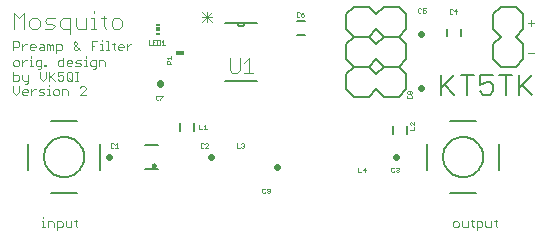
<source format=gto>
G75*
%MOIN*%
%OFA0B0*%
%FSLAX24Y24*%
%IPPOS*%
%LPD*%
%AMOC8*
5,1,8,0,0,1.08239X$1,22.5*
%
%ADD10C,0.0060*%
%ADD11C,0.0030*%
%ADD12C,0.0040*%
%ADD13C,0.0220*%
%ADD14C,0.0010*%
%ADD15C,0.0080*%
%ADD16C,0.0050*%
%ADD17R,0.0280X0.0160*%
%ADD18R,0.0118X0.0059*%
%ADD19R,0.0118X0.0118*%
D10*
X006644Y004062D02*
X006644Y004298D01*
X007116Y004298D02*
X007116Y004062D01*
X008140Y005700D02*
X009220Y005700D01*
X010562Y007244D02*
X010798Y007244D01*
X010798Y007716D02*
X010562Y007716D01*
X009220Y007660D02*
X008800Y007660D01*
X008560Y007660D01*
X008140Y007660D01*
X008560Y007660D02*
X008562Y007639D01*
X008567Y007619D01*
X008576Y007600D01*
X008588Y007583D01*
X008603Y007568D01*
X008620Y007556D01*
X008639Y007547D01*
X008659Y007542D01*
X008680Y007540D01*
X008701Y007542D01*
X008721Y007547D01*
X008740Y007556D01*
X008757Y007568D01*
X008772Y007583D01*
X008784Y007600D01*
X008793Y007619D01*
X008798Y007639D01*
X008800Y007660D01*
X015360Y005901D02*
X015360Y005260D01*
X015467Y005580D02*
X015787Y005260D01*
X016218Y005260D02*
X016218Y005901D01*
X016005Y005901D02*
X016432Y005901D01*
X016649Y005901D02*
X016649Y005580D01*
X016863Y005687D01*
X016969Y005687D01*
X017076Y005580D01*
X017076Y005367D01*
X016969Y005260D01*
X016756Y005260D01*
X016649Y005367D01*
X017507Y005260D02*
X017507Y005901D01*
X017294Y005901D02*
X017721Y005901D01*
X017938Y005901D02*
X017938Y005260D01*
X018045Y005580D02*
X018365Y005260D01*
X017938Y005474D02*
X018365Y005901D01*
X017076Y005901D02*
X016649Y005901D01*
X015787Y005901D02*
X015360Y005474D01*
X014216Y004198D02*
X014216Y003962D01*
X013744Y003962D02*
X013744Y004198D01*
X015544Y007212D02*
X015544Y007448D01*
X016016Y007448D02*
X016016Y007212D01*
D11*
X002142Y000845D02*
X002045Y000845D01*
X002093Y000845D02*
X002093Y001038D01*
X002045Y001038D01*
X002093Y001135D02*
X002093Y001184D01*
X002241Y001038D02*
X002387Y001038D01*
X002435Y000990D01*
X002435Y000845D01*
X002536Y000845D02*
X002681Y000845D01*
X002730Y000893D01*
X002730Y000990D01*
X002681Y001038D01*
X002536Y001038D01*
X002536Y000748D01*
X002831Y000893D02*
X002879Y000845D01*
X003024Y000845D01*
X003024Y001038D01*
X003125Y001038D02*
X003222Y001038D01*
X003174Y001087D02*
X003174Y000893D01*
X003222Y000845D01*
X002831Y000893D02*
X002831Y001038D01*
X002241Y001038D02*
X002241Y000845D01*
X002224Y005245D02*
X002321Y005245D01*
X002273Y005245D02*
X002273Y005438D01*
X002224Y005438D01*
X002123Y005438D02*
X001978Y005438D01*
X001930Y005390D01*
X001978Y005342D01*
X002075Y005342D01*
X002123Y005293D01*
X002075Y005245D01*
X001930Y005245D01*
X001829Y005438D02*
X001781Y005438D01*
X001684Y005342D01*
X001684Y005438D02*
X001684Y005245D01*
X001583Y005342D02*
X001390Y005342D01*
X001390Y005390D02*
X001390Y005293D01*
X001438Y005245D01*
X001535Y005245D01*
X001583Y005342D02*
X001583Y005390D01*
X001535Y005438D01*
X001438Y005438D01*
X001390Y005390D01*
X001288Y005342D02*
X001288Y005535D01*
X001095Y005535D02*
X001095Y005342D01*
X001192Y005245D01*
X001288Y005342D01*
X001486Y005628D02*
X001535Y005628D01*
X001583Y005677D01*
X001583Y005918D01*
X001390Y005918D02*
X001390Y005773D01*
X001438Y005725D01*
X001583Y005725D01*
X001288Y005773D02*
X001288Y005870D01*
X001240Y005918D01*
X001095Y005918D01*
X001095Y006015D02*
X001095Y005725D01*
X001240Y005725D01*
X001288Y005773D01*
X001979Y005822D02*
X002076Y005725D01*
X002172Y005822D01*
X002172Y006015D01*
X002274Y006015D02*
X002274Y005725D01*
X002274Y005822D02*
X002467Y006015D01*
X002568Y006015D02*
X002568Y005870D01*
X002665Y005918D01*
X002713Y005918D01*
X002762Y005870D01*
X002762Y005773D01*
X002713Y005725D01*
X002617Y005725D01*
X002568Y005773D01*
X002467Y005725D02*
X002322Y005870D01*
X002568Y006015D02*
X002762Y006015D01*
X002863Y005967D02*
X002911Y006015D01*
X003008Y006015D01*
X003056Y005967D01*
X003056Y005773D01*
X003008Y005725D01*
X002911Y005725D01*
X002863Y005773D01*
X002863Y005967D01*
X002960Y005822D02*
X003056Y005725D01*
X003158Y005725D02*
X003254Y005725D01*
X003206Y005725D02*
X003206Y006015D01*
X003158Y006015D02*
X003254Y006015D01*
X003303Y006205D02*
X003158Y006205D01*
X003206Y006302D02*
X003158Y006350D01*
X003206Y006398D01*
X003351Y006398D01*
X003452Y006398D02*
X003501Y006398D01*
X003501Y006205D01*
X003549Y006205D02*
X003452Y006205D01*
X003351Y006253D02*
X003303Y006302D01*
X003206Y006302D01*
X003303Y006205D02*
X003351Y006253D01*
X003649Y006253D02*
X003697Y006205D01*
X003842Y006205D01*
X003842Y006157D02*
X003794Y006108D01*
X003745Y006108D01*
X003842Y006157D02*
X003842Y006398D01*
X003697Y006398D01*
X003649Y006350D01*
X003649Y006253D01*
X003943Y006205D02*
X003943Y006398D01*
X004088Y006398D01*
X004137Y006350D01*
X004137Y006205D01*
X003501Y006495D02*
X003501Y006544D01*
X003698Y006745D02*
X003698Y007035D01*
X003891Y007035D01*
X003992Y006938D02*
X004041Y006938D01*
X004041Y006745D01*
X004089Y006745D02*
X003992Y006745D01*
X004189Y006745D02*
X004286Y006745D01*
X004237Y006745D02*
X004237Y007035D01*
X004189Y007035D01*
X004041Y007035D02*
X004041Y007084D01*
X004385Y006938D02*
X004482Y006938D01*
X004434Y006987D02*
X004434Y006793D01*
X004482Y006745D01*
X004582Y006793D02*
X004582Y006890D01*
X004630Y006938D01*
X004727Y006938D01*
X004775Y006890D01*
X004775Y006842D01*
X004582Y006842D01*
X004582Y006793D02*
X004630Y006745D01*
X004727Y006745D01*
X004876Y006745D02*
X004876Y006938D01*
X004876Y006842D02*
X004973Y006938D01*
X005021Y006938D01*
X003795Y006890D02*
X003698Y006890D01*
X003302Y006842D02*
X003205Y006745D01*
X003157Y006745D01*
X003108Y006793D01*
X003108Y006842D01*
X003205Y006938D01*
X003205Y006987D01*
X003157Y007035D01*
X003108Y006987D01*
X003108Y006938D01*
X003302Y006745D01*
X002713Y006793D02*
X002664Y006745D01*
X002519Y006745D01*
X002519Y006648D02*
X002519Y006938D01*
X002664Y006938D01*
X002713Y006890D01*
X002713Y006793D01*
X002418Y006745D02*
X002418Y006890D01*
X002370Y006938D01*
X002321Y006890D01*
X002321Y006745D01*
X002224Y006745D02*
X002224Y006938D01*
X002273Y006938D01*
X002321Y006890D01*
X002123Y006890D02*
X002123Y006745D01*
X001978Y006745D01*
X001930Y006793D01*
X001978Y006842D01*
X002123Y006842D01*
X002123Y006890D02*
X002075Y006938D01*
X001978Y006938D01*
X001829Y006890D02*
X001829Y006842D01*
X001635Y006842D01*
X001635Y006890D02*
X001684Y006938D01*
X001780Y006938D01*
X001829Y006890D01*
X001780Y006745D02*
X001684Y006745D01*
X001635Y006793D01*
X001635Y006890D01*
X001535Y006938D02*
X001486Y006938D01*
X001390Y006842D01*
X001390Y006938D02*
X001390Y006745D01*
X001288Y006890D02*
X001240Y006842D01*
X001095Y006842D01*
X001095Y006745D02*
X001095Y007035D01*
X001240Y007035D01*
X001288Y006987D01*
X001288Y006890D01*
X001684Y006544D02*
X001684Y006495D01*
X001684Y006398D02*
X001684Y006205D01*
X001732Y006205D02*
X001635Y006205D01*
X001832Y006253D02*
X001832Y006350D01*
X001880Y006398D01*
X002025Y006398D01*
X002025Y006157D01*
X001977Y006108D01*
X001928Y006108D01*
X001979Y006015D02*
X001979Y005822D01*
X002273Y005584D02*
X002273Y005535D01*
X002421Y005390D02*
X002421Y005293D01*
X002469Y005245D01*
X002566Y005245D01*
X002614Y005293D01*
X002614Y005390D01*
X002566Y005438D01*
X002469Y005438D01*
X002421Y005390D01*
X002716Y005438D02*
X002716Y005245D01*
X002909Y005245D02*
X002909Y005390D01*
X002861Y005438D01*
X002716Y005438D01*
X003305Y005487D02*
X003353Y005535D01*
X003450Y005535D01*
X003498Y005487D01*
X003498Y005438D01*
X003305Y005245D01*
X003498Y005245D01*
X003008Y006205D02*
X002911Y006205D01*
X002863Y006253D01*
X002863Y006350D01*
X002911Y006398D01*
X003008Y006398D01*
X003056Y006350D01*
X003056Y006302D01*
X002863Y006302D01*
X002762Y006398D02*
X002617Y006398D01*
X002568Y006350D01*
X002568Y006253D01*
X002617Y006205D01*
X002762Y006205D01*
X002762Y006495D01*
X002175Y006253D02*
X002175Y006205D01*
X002126Y006205D01*
X002126Y006253D01*
X002175Y006253D01*
X002025Y006205D02*
X001880Y006205D01*
X001832Y006253D01*
X001684Y006398D02*
X001635Y006398D01*
X001535Y006398D02*
X001486Y006398D01*
X001390Y006302D01*
X001390Y006398D02*
X001390Y006205D01*
X001288Y006253D02*
X001288Y006350D01*
X001240Y006398D01*
X001143Y006398D01*
X001095Y006350D01*
X001095Y006253D01*
X001143Y006205D01*
X001240Y006205D01*
X001288Y006253D01*
X007395Y007693D02*
X007709Y008007D01*
X007552Y008007D02*
X007552Y007693D01*
X007709Y007693D02*
X007395Y008007D01*
X007395Y007850D02*
X007709Y007850D01*
X008315Y006465D02*
X008315Y006073D01*
X008393Y005995D01*
X008550Y005995D01*
X008629Y006073D01*
X008629Y006465D01*
X008775Y006309D02*
X008932Y006465D01*
X008932Y005995D01*
X008775Y005995D02*
X009089Y005995D01*
X018245Y006640D02*
X018438Y006640D01*
X018342Y007543D02*
X018342Y007737D01*
X018438Y007640D02*
X018245Y007640D01*
X017168Y001087D02*
X017168Y000893D01*
X017217Y000845D01*
X017019Y000845D02*
X017019Y001038D01*
X017120Y001038D02*
X017217Y001038D01*
X017019Y000845D02*
X016874Y000845D01*
X016825Y000893D01*
X016825Y001038D01*
X016724Y000990D02*
X016724Y000893D01*
X016676Y000845D01*
X016531Y000845D01*
X016531Y000748D02*
X016531Y001038D01*
X016676Y001038D01*
X016724Y000990D01*
X016431Y001038D02*
X016334Y001038D01*
X016383Y001087D02*
X016383Y000893D01*
X016431Y000845D01*
X016233Y000845D02*
X016233Y001038D01*
X016040Y001038D02*
X016040Y000893D01*
X016088Y000845D01*
X016233Y000845D01*
X015938Y000893D02*
X015938Y000990D01*
X015890Y001038D01*
X015793Y001038D01*
X015745Y000990D01*
X015745Y000893D01*
X015793Y000845D01*
X015890Y000845D01*
X015938Y000893D01*
D12*
X002994Y007277D02*
X002994Y007797D01*
X002734Y007797D01*
X002647Y007710D01*
X002647Y007537D01*
X002734Y007450D01*
X002994Y007450D01*
X003163Y007537D02*
X003249Y007450D01*
X003510Y007450D01*
X003510Y007797D01*
X003678Y007797D02*
X003765Y007797D01*
X003765Y007450D01*
X003678Y007450D02*
X003852Y007450D01*
X004109Y007537D02*
X004195Y007450D01*
X004109Y007537D02*
X004109Y007884D01*
X004195Y007797D02*
X004022Y007797D01*
X003765Y007970D02*
X003765Y008057D01*
X003163Y007797D02*
X003163Y007537D01*
X002478Y007537D02*
X002392Y007450D01*
X002131Y007450D01*
X001963Y007537D02*
X001963Y007710D01*
X001876Y007797D01*
X001702Y007797D01*
X001616Y007710D01*
X001616Y007537D01*
X001702Y007450D01*
X001876Y007450D01*
X001963Y007537D01*
X002131Y007710D02*
X002218Y007623D01*
X002392Y007623D01*
X002478Y007537D01*
X002218Y007797D02*
X002131Y007710D01*
X002218Y007797D02*
X002478Y007797D01*
X001447Y007970D02*
X001447Y007450D01*
X001100Y007450D02*
X001100Y007970D01*
X001273Y007797D01*
X001447Y007970D01*
X004366Y007710D02*
X004366Y007537D01*
X004452Y007450D01*
X004626Y007450D01*
X004713Y007537D01*
X004713Y007710D01*
X004626Y007797D01*
X004452Y007797D01*
X004366Y007710D01*
D13*
X005980Y005642D02*
X005980Y005618D01*
X004280Y003192D02*
X004280Y003168D01*
X007680Y003192D02*
X007680Y003168D01*
X009868Y002830D02*
X009892Y002830D01*
X013830Y003168D02*
X013830Y003192D01*
X014668Y005480D02*
X014692Y005480D01*
X014692Y007280D02*
X014668Y007280D01*
D14*
X015635Y007985D02*
X015660Y007960D01*
X015710Y007960D01*
X015735Y007985D01*
X015782Y008035D02*
X015882Y008035D01*
X015857Y007960D02*
X015857Y008110D01*
X015782Y008035D01*
X015735Y008085D02*
X015710Y008110D01*
X015660Y008110D01*
X015635Y008085D01*
X015635Y007985D01*
X014832Y008010D02*
X014807Y007985D01*
X014757Y007985D01*
X014732Y008010D01*
X014685Y008010D02*
X014660Y007985D01*
X014610Y007985D01*
X014585Y008010D01*
X014585Y008110D01*
X014610Y008135D01*
X014660Y008135D01*
X014685Y008110D01*
X014732Y008135D02*
X014732Y008060D01*
X014782Y008085D01*
X014807Y008085D01*
X014832Y008060D01*
X014832Y008010D01*
X014832Y008135D02*
X014732Y008135D01*
X010782Y008010D02*
X010732Y007985D01*
X010682Y007935D01*
X010757Y007935D01*
X010782Y007910D01*
X010782Y007885D01*
X010757Y007860D01*
X010707Y007860D01*
X010682Y007885D01*
X010682Y007935D01*
X010635Y007885D02*
X010610Y007860D01*
X010560Y007860D01*
X010535Y007885D01*
X010535Y007985D01*
X010560Y008010D01*
X010610Y008010D01*
X010635Y007985D01*
X006350Y006532D02*
X006350Y006432D01*
X006350Y006385D02*
X006300Y006335D01*
X006300Y006360D02*
X006300Y006285D01*
X006350Y006285D02*
X006200Y006285D01*
X006200Y006360D01*
X006225Y006385D01*
X006275Y006385D01*
X006300Y006360D01*
X006250Y006432D02*
X006200Y006482D01*
X006350Y006482D01*
X006138Y006925D02*
X006038Y006925D01*
X006088Y006925D02*
X006088Y007075D01*
X006038Y007025D01*
X005990Y007050D02*
X005965Y007075D01*
X005890Y007075D01*
X005890Y006925D01*
X005965Y006925D01*
X005990Y006950D01*
X005990Y007050D01*
X005843Y007075D02*
X005743Y007075D01*
X005743Y006925D01*
X005843Y006925D01*
X005793Y007000D02*
X005743Y007000D01*
X005696Y006925D02*
X005596Y006925D01*
X005596Y007075D01*
X005865Y005225D02*
X005840Y005200D01*
X005840Y005100D01*
X005865Y005075D01*
X005915Y005075D01*
X005940Y005100D01*
X005988Y005100D02*
X005988Y005075D01*
X005988Y005100D02*
X006088Y005200D01*
X006088Y005225D01*
X005988Y005225D01*
X005940Y005200D02*
X005915Y005225D01*
X005865Y005225D01*
X007285Y004260D02*
X007285Y004110D01*
X007385Y004110D01*
X007432Y004110D02*
X007532Y004110D01*
X007482Y004110D02*
X007482Y004260D01*
X007432Y004210D01*
X007410Y003635D02*
X007360Y003635D01*
X007335Y003610D01*
X007335Y003510D01*
X007360Y003485D01*
X007410Y003485D01*
X007435Y003510D01*
X007482Y003485D02*
X007582Y003585D01*
X007582Y003610D01*
X007557Y003635D01*
X007507Y003635D01*
X007482Y003610D01*
X007435Y003610D02*
X007410Y003635D01*
X007482Y003485D02*
X007582Y003485D01*
X008535Y003485D02*
X008635Y003485D01*
X008682Y003510D02*
X008707Y003485D01*
X008757Y003485D01*
X008782Y003510D01*
X008782Y003535D01*
X008757Y003560D01*
X008732Y003560D01*
X008757Y003560D02*
X008782Y003585D01*
X008782Y003610D01*
X008757Y003635D01*
X008707Y003635D01*
X008682Y003610D01*
X008535Y003635D02*
X008535Y003485D01*
X009415Y002125D02*
X009390Y002100D01*
X009390Y002000D01*
X009415Y001975D01*
X009465Y001975D01*
X009490Y002000D01*
X009538Y002000D02*
X009563Y001975D01*
X009613Y001975D01*
X009638Y002000D01*
X009638Y002100D01*
X009613Y002125D01*
X009563Y002125D01*
X009538Y002100D01*
X009538Y002075D01*
X009563Y002050D01*
X009638Y002050D01*
X009490Y002100D02*
X009465Y002125D01*
X009415Y002125D01*
X012590Y002675D02*
X012690Y002675D01*
X012738Y002750D02*
X012838Y002750D01*
X012813Y002675D02*
X012813Y002825D01*
X012738Y002750D01*
X012590Y002825D02*
X012590Y002675D01*
X013690Y002700D02*
X013715Y002675D01*
X013765Y002675D01*
X013790Y002700D01*
X013838Y002700D02*
X013863Y002675D01*
X013913Y002675D01*
X013938Y002700D01*
X013938Y002725D01*
X013913Y002750D01*
X013888Y002750D01*
X013913Y002750D02*
X013938Y002775D01*
X013938Y002800D01*
X013913Y002825D01*
X013863Y002825D01*
X013838Y002800D01*
X013790Y002800D02*
X013765Y002825D01*
X013715Y002825D01*
X013690Y002800D01*
X013690Y002700D01*
X014310Y004090D02*
X014460Y004090D01*
X014460Y004190D01*
X014460Y004238D02*
X014360Y004338D01*
X014335Y004338D01*
X014310Y004313D01*
X014310Y004263D01*
X014335Y004238D01*
X014460Y004238D02*
X014460Y004338D01*
X014350Y005135D02*
X014375Y005160D01*
X014375Y005210D01*
X014350Y005235D01*
X014350Y005282D02*
X014325Y005282D01*
X014300Y005307D01*
X014300Y005357D01*
X014325Y005382D01*
X014350Y005382D01*
X014375Y005357D01*
X014375Y005307D01*
X014350Y005282D01*
X014300Y005307D02*
X014275Y005282D01*
X014250Y005282D01*
X014225Y005307D01*
X014225Y005357D01*
X014250Y005382D01*
X014275Y005382D01*
X014300Y005357D01*
X014250Y005235D02*
X014225Y005210D01*
X014225Y005160D01*
X014250Y005135D01*
X014350Y005135D01*
X004582Y003485D02*
X004482Y003485D01*
X004532Y003485D02*
X004532Y003635D01*
X004482Y003585D01*
X004435Y003610D02*
X004410Y003635D01*
X004360Y003635D01*
X004335Y003610D01*
X004335Y003510D01*
X004360Y003485D01*
X004410Y003485D01*
X004435Y003510D01*
D15*
X003991Y003613D02*
X003991Y002747D01*
X002111Y003180D02*
X002113Y003231D01*
X002119Y003282D01*
X002129Y003332D01*
X002142Y003382D01*
X002160Y003430D01*
X002180Y003477D01*
X002205Y003522D01*
X002233Y003565D01*
X002264Y003606D01*
X002298Y003644D01*
X002335Y003679D01*
X002374Y003712D01*
X002416Y003742D01*
X002460Y003768D01*
X002506Y003790D01*
X002554Y003810D01*
X002603Y003825D01*
X002653Y003837D01*
X002703Y003845D01*
X002754Y003849D01*
X002806Y003849D01*
X002857Y003845D01*
X002907Y003837D01*
X002957Y003825D01*
X003006Y003810D01*
X003054Y003790D01*
X003100Y003768D01*
X003144Y003742D01*
X003186Y003712D01*
X003225Y003679D01*
X003262Y003644D01*
X003296Y003606D01*
X003327Y003565D01*
X003355Y003522D01*
X003380Y003477D01*
X003400Y003430D01*
X003418Y003382D01*
X003431Y003332D01*
X003441Y003282D01*
X003447Y003231D01*
X003449Y003180D01*
X003447Y003129D01*
X003441Y003078D01*
X003431Y003028D01*
X003418Y002978D01*
X003400Y002930D01*
X003380Y002883D01*
X003355Y002838D01*
X003327Y002795D01*
X003296Y002754D01*
X003262Y002716D01*
X003225Y002681D01*
X003186Y002648D01*
X003144Y002618D01*
X003100Y002592D01*
X003054Y002570D01*
X003006Y002550D01*
X002957Y002535D01*
X002907Y002523D01*
X002857Y002515D01*
X002806Y002511D01*
X002754Y002511D01*
X002703Y002515D01*
X002653Y002523D01*
X002603Y002535D01*
X002554Y002550D01*
X002506Y002570D01*
X002460Y002592D01*
X002416Y002618D01*
X002374Y002648D01*
X002335Y002681D01*
X002298Y002716D01*
X002264Y002754D01*
X002233Y002795D01*
X002205Y002838D01*
X002180Y002883D01*
X002160Y002930D01*
X002142Y002978D01*
X002129Y003028D01*
X002119Y003078D01*
X002113Y003129D01*
X002111Y003180D01*
X001569Y002747D02*
X001569Y003613D01*
X002347Y004391D02*
X003213Y004391D01*
X005463Y003574D02*
X005897Y003574D01*
X005897Y002786D02*
X005463Y002786D01*
X003213Y001969D02*
X002347Y001969D01*
X012180Y005430D02*
X012180Y005930D01*
X012430Y006180D01*
X012930Y006180D01*
X013180Y005930D01*
X013430Y006180D01*
X013930Y006180D01*
X014180Y005930D01*
X014180Y005430D01*
X013930Y005180D01*
X013430Y005180D01*
X013180Y005430D01*
X012930Y005180D01*
X012430Y005180D01*
X012180Y005430D01*
X012430Y006180D02*
X012180Y006430D01*
X012180Y006930D01*
X012430Y007180D01*
X012930Y007180D01*
X013180Y007430D01*
X013430Y007180D01*
X013930Y007180D01*
X014180Y007430D01*
X014180Y007930D01*
X013930Y008180D01*
X013430Y008180D01*
X013180Y007930D01*
X012930Y008180D01*
X012430Y008180D01*
X012180Y007930D01*
X012180Y007430D01*
X012430Y007180D01*
X012930Y007180D01*
X013180Y006930D01*
X013430Y007180D01*
X013930Y007180D01*
X014180Y006930D01*
X014180Y006430D01*
X013930Y006180D01*
X013430Y006180D01*
X013180Y006430D01*
X012930Y006180D01*
X012430Y006180D01*
X015647Y004391D02*
X016513Y004391D01*
X017291Y003613D02*
X017291Y002747D01*
X015411Y003180D02*
X015413Y003231D01*
X015419Y003282D01*
X015429Y003332D01*
X015442Y003382D01*
X015460Y003430D01*
X015480Y003477D01*
X015505Y003522D01*
X015533Y003565D01*
X015564Y003606D01*
X015598Y003644D01*
X015635Y003679D01*
X015674Y003712D01*
X015716Y003742D01*
X015760Y003768D01*
X015806Y003790D01*
X015854Y003810D01*
X015903Y003825D01*
X015953Y003837D01*
X016003Y003845D01*
X016054Y003849D01*
X016106Y003849D01*
X016157Y003845D01*
X016207Y003837D01*
X016257Y003825D01*
X016306Y003810D01*
X016354Y003790D01*
X016400Y003768D01*
X016444Y003742D01*
X016486Y003712D01*
X016525Y003679D01*
X016562Y003644D01*
X016596Y003606D01*
X016627Y003565D01*
X016655Y003522D01*
X016680Y003477D01*
X016700Y003430D01*
X016718Y003382D01*
X016731Y003332D01*
X016741Y003282D01*
X016747Y003231D01*
X016749Y003180D01*
X016747Y003129D01*
X016741Y003078D01*
X016731Y003028D01*
X016718Y002978D01*
X016700Y002930D01*
X016680Y002883D01*
X016655Y002838D01*
X016627Y002795D01*
X016596Y002754D01*
X016562Y002716D01*
X016525Y002681D01*
X016486Y002648D01*
X016444Y002618D01*
X016400Y002592D01*
X016354Y002570D01*
X016306Y002550D01*
X016257Y002535D01*
X016207Y002523D01*
X016157Y002515D01*
X016106Y002511D01*
X016054Y002511D01*
X016003Y002515D01*
X015953Y002523D01*
X015903Y002535D01*
X015854Y002550D01*
X015806Y002570D01*
X015760Y002592D01*
X015716Y002618D01*
X015674Y002648D01*
X015635Y002681D01*
X015598Y002716D01*
X015564Y002754D01*
X015533Y002795D01*
X015505Y002838D01*
X015480Y002883D01*
X015460Y002930D01*
X015442Y002978D01*
X015429Y003028D01*
X015419Y003078D01*
X015413Y003129D01*
X015411Y003180D01*
X014869Y002747D02*
X014869Y003613D01*
X015647Y001969D02*
X016513Y001969D01*
X017330Y006180D02*
X017080Y006430D01*
X017080Y006930D01*
X017330Y007180D01*
X017080Y007430D01*
X017080Y007930D01*
X017330Y008180D01*
X017830Y008180D01*
X018080Y007930D01*
X018080Y007430D01*
X017830Y007180D01*
X018080Y006930D01*
X018080Y006430D01*
X017830Y006180D01*
X017330Y006180D01*
D16*
X005730Y002880D02*
X005732Y002893D01*
X005737Y002906D01*
X005746Y002917D01*
X005757Y002924D01*
X005770Y002929D01*
X005783Y002930D01*
X005797Y002927D01*
X005809Y002921D01*
X005819Y002912D01*
X005826Y002900D01*
X005830Y002887D01*
X005830Y002873D01*
X005826Y002860D01*
X005819Y002848D01*
X005809Y002839D01*
X005797Y002833D01*
X005783Y002830D01*
X005770Y002831D01*
X005757Y002836D01*
X005746Y002843D01*
X005737Y002854D01*
X005732Y002867D01*
X005730Y002880D01*
D17*
X006630Y006630D03*
D18*
X005921Y007282D03*
X005921Y007578D03*
D19*
X005921Y007430D03*
M02*

</source>
